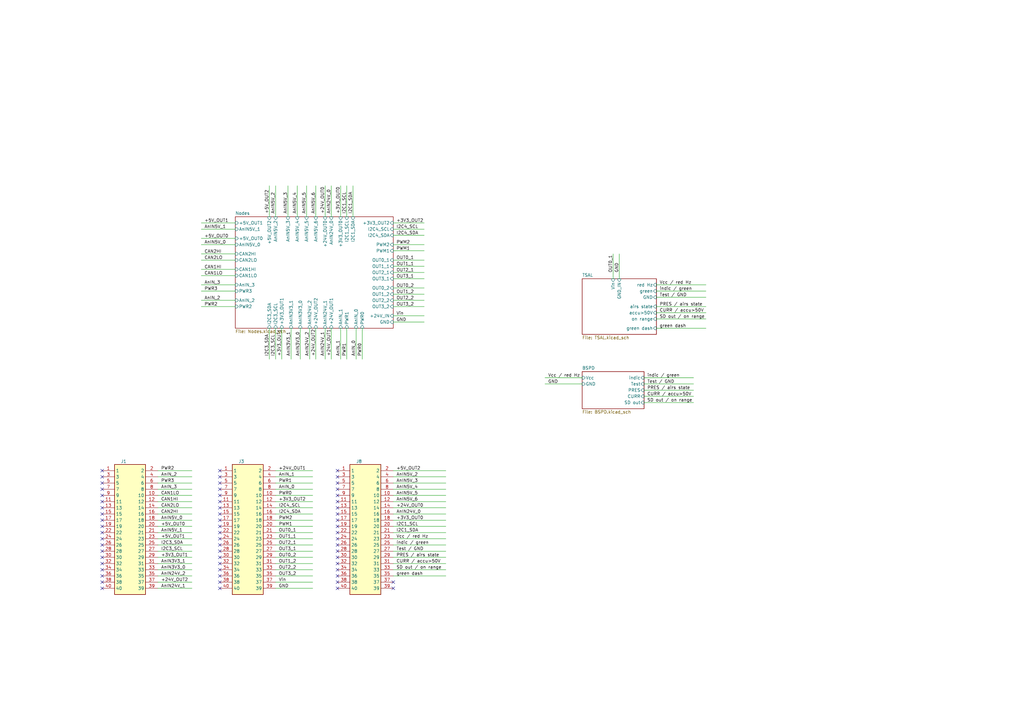
<source format=kicad_sch>
(kicad_sch (version 20231120) (generator "eeschema") (generator_version "8.0")
  (paper "A3")
  (lib_symbols
    (symbol "1706013:1706013"
      (property "Reference" "J" (at 19.05 7.62 0))
      (property "Value" "1706013" (at 19.05 5.08 0))
      (symbol "1706013_1_1"
        (rectangle (start 5.08 2.54) (end 17.78 -50.8) (stroke (width 0.254)) (fill (type background)))
        (pin passive line (at 0 0 0) (length 5.08) (name "1") (number "1"))
        (pin passive line (at 22.86 -10.16 180) (length 5.08) (name "10") (number "10"))
        (pin passive line (at 0 -12.7 0) (length 5.08) (name "11") (number "11"))
        (pin passive line (at 22.86 -12.7 180) (length 5.08) (name "12") (number "12"))
        (pin passive line (at 0 -15.24 0) (length 5.08) (name "13") (number "13"))
        (pin passive line (at 22.86 -15.24 180) (length 5.08) (name "14") (number "14"))
        (pin passive line (at 0 -17.78 0) (length 5.08) (name "15") (number "15"))
        (pin passive line (at 22.86 -17.78 180) (length 5.08) (name "16") (number "16"))
        (pin passive line (at 0 -20.32 0) (length 5.08) (name "17") (number "17"))
        (pin passive line (at 22.86 -20.32 180) (length 5.08) (name "18") (number "18"))
        (pin passive line (at 0 -22.86 0) (length 5.08) (name "19") (number "19"))
        (pin passive line (at 22.86 0 180) (length 5.08) (name "2") (number "2"))
        (pin passive line (at 22.86 -22.86 180) (length 5.08) (name "20") (number "20"))
        (pin passive line (at 22.86 -25.4 180) (length 5.08) (name "21") (number "21"))
        (pin passive line (at 0 -25.4 0) (length 5.08) (name "22") (number "22"))
        (pin passive line (at 22.86 -27.94 180) (length 5.08) (name "23") (number "23"))
        (pin passive line (at 0 -27.94 0) (length 5.08) (name "24") (number "24"))
        (pin passive line (at 22.86 -30.48 180) (length 5.08) (name "25") (number "25"))
        (pin passive line (at 0 -30.48 0) (length 5.08) (name "26") (number "26"))
        (pin passive line (at 22.86 -33.02 180) (length 5.08) (name "27") (number "27"))
        (pin passive line (at 0 -33.02 0) (length 5.08) (name "28") (number "28"))
        (pin passive line (at 22.86 -35.56 180) (length 5.08) (name "29") (number "29"))
        (pin passive line (at 0 -2.54 0) (length 5.08) (name "3") (number "3"))
        (pin passive line (at 0 -35.56 0) (length 5.08) (name "30") (number "30"))
        (pin passive line (at 22.86 -38.1 180) (length 5.08) (name "31") (number "31"))
        (pin passive line (at 0 -38.1 0) (length 5.08) (name "32") (number "32"))
        (pin passive line (at 22.86 -40.64 180) (length 5.08) (name "33") (number "33"))
        (pin passive line (at 0 -40.64 0) (length 5.08) (name "34") (number "34"))
        (pin passive line (at 22.86 -43.18 180) (length 5.08) (name "35") (number "35"))
        (pin passive line (at 0 -43.18 0) (length 5.08) (name "36") (number "36"))
        (pin passive line (at 22.86 -45.72 180) (length 5.08) (name "37") (number "37"))
        (pin passive line (at 0 -45.72 0) (length 5.08) (name "38") (number "38"))
        (pin passive line (at 22.86 -48.26 180) (length 5.08) (name "39") (number "39"))
        (pin passive line (at 22.86 -2.54 180) (length 5.08) (name "4") (number "4"))
        (pin passive line (at 0 -48.26 0) (length 5.08) (name "40") (number "40"))
        (pin passive line (at 0 -5.08 0) (length 5.08) (name "5") (number "5"))
        (pin passive line (at 22.86 -5.08 180) (length 5.08) (name "6") (number "6"))
        (pin passive line (at 0 -7.62 0) (length 5.08) (name "7") (number "7"))
        (pin passive line (at 22.86 -7.62 180) (length 5.08) (name "8") (number "8"))
        (pin passive line (at 0 -10.16 0) (length 5.08) (name "9") (number "9"))
      )
    )
  )
  (no_connect (at 138.43 205.74))
  (no_connect (at 90.17 200.66))
  (no_connect (at 90.17 210.82))
  (no_connect (at 90.17 228.6))
  (no_connect (at 138.43 236.22))
  (no_connect (at 90.17 236.22))
  (no_connect (at 41.91 213.36))
  (no_connect (at 138.43 213.36))
  (no_connect (at 41.91 210.82))
  (no_connect (at 138.43 231.14))
  (no_connect (at 41.91 238.76))
  (no_connect (at 41.91 208.28))
  (no_connect (at 138.43 223.52))
  (no_connect (at 138.43 226.06))
  (no_connect (at 138.43 238.76))
  (no_connect (at 138.43 233.68))
  (no_connect (at 138.43 203.2))
  (no_connect (at 41.91 233.68))
  (no_connect (at 41.91 193.04))
  (no_connect (at 138.43 210.82))
  (no_connect (at 138.43 200.66))
  (no_connect (at 41.91 200.66))
  (no_connect (at 41.91 205.74))
  (no_connect (at 90.17 195.58))
  (no_connect (at 90.17 223.52))
  (no_connect (at 41.91 236.22))
  (no_connect (at 138.43 215.9))
  (no_connect (at 90.17 203.2))
  (no_connect (at 90.17 205.74))
  (no_connect (at 41.91 215.9))
  (no_connect (at 41.91 218.44))
  (no_connect (at 90.17 231.14))
  (no_connect (at 138.43 193.04))
  (no_connect (at 90.17 226.06))
  (no_connect (at 138.43 220.98))
  (no_connect (at 41.91 220.98))
  (no_connect (at 41.91 228.6))
  (no_connect (at 138.43 228.6))
  (no_connect (at 41.91 203.2))
  (no_connect (at 90.17 208.28))
  (no_connect (at 41.91 241.3))
  (no_connect (at 161.29 238.76))
  (no_connect (at 138.43 241.3))
  (no_connect (at 138.43 198.12))
  (no_connect (at 41.91 231.14))
  (no_connect (at 41.91 226.06))
  (no_connect (at 41.91 195.58))
  (no_connect (at 41.91 223.52))
  (no_connect (at 90.17 220.98))
  (no_connect (at 90.17 215.9))
  (no_connect (at 41.91 198.12))
  (no_connect (at 90.17 233.68))
  (no_connect (at 90.17 241.3))
  (no_connect (at 90.17 213.36))
  (no_connect (at 138.43 195.58))
  (no_connect (at 90.17 238.76))
  (no_connect (at 138.43 208.28))
  (no_connect (at 138.43 218.44))
  (no_connect (at 161.29 241.3))
  (no_connect (at 90.17 198.12))
  (no_connect (at 90.17 218.44))
  (no_connect (at 90.17 193.04))
  (wire (pts (xy 113.03 223.52) (xy 128.27 223.52)))
  (wire (pts (xy 161.29 208.28) (xy 182.88 208.28)))
  (wire (pts (xy 82.55 110.49) (xy 96.52 110.49)))
  (wire (pts (xy 264.16 165.1) (xy 284.48 165.1)))
  (wire (pts (xy 254 104.14) (xy 254 114.3)))
  (wire (pts (xy 82.55 116.84) (xy 96.52 116.84)))
  (wire (pts (xy 82.55 119.38) (xy 96.52 119.38)))
  (wire (pts (xy 115.57 134.62) (xy 115.57 147.32)))
  (wire (pts (xy 161.29 102.87) (xy 173.99 102.87)))
  (wire (pts (xy 161.29 223.52) (xy 182.88 223.52)))
  (wire (pts (xy 161.29 231.14) (xy 182.88 231.14)))
  (wire (pts (xy 113.03 228.6) (xy 128.27 228.6)))
  (wire (pts (xy 82.55 104.14) (xy 96.52 104.14)))
  (wire (pts (xy 113.03 198.12) (xy 128.27 198.12)))
  (wire (pts (xy 110.49 134.62) (xy 110.49 147.32)))
  (wire (pts (xy 64.77 226.06) (xy 78.74 226.06)))
  (wire (pts (xy 223.52 154.94) (xy 238.76 154.94)))
  (wire (pts (xy 161.29 195.58) (xy 182.88 195.58)))
  (wire (pts (xy 133.35 134.62) (xy 133.35 147.32)))
  (wire (pts (xy 129.54 76.2) (xy 129.54 88.9)))
  (wire (pts (xy 82.55 91.44) (xy 96.52 91.44)))
  (wire (pts (xy 64.77 236.22) (xy 78.74 236.22)))
  (wire (pts (xy 269.24 130.81) (xy 289.56 130.81)))
  (wire (pts (xy 113.03 213.36) (xy 128.27 213.36)))
  (wire (pts (xy 64.77 210.82) (xy 78.74 210.82)))
  (wire (pts (xy 142.24 76.2) (xy 142.24 88.9)))
  (wire (pts (xy 110.49 76.2) (xy 110.49 88.9)))
  (wire (pts (xy 161.29 123.19) (xy 173.99 123.19)))
  (wire (pts (xy 161.29 233.68) (xy 182.88 233.68)))
  (wire (pts (xy 113.03 210.82) (xy 128.27 210.82)))
  (wire (pts (xy 113.03 220.98) (xy 128.27 220.98)))
  (wire (pts (xy 161.29 129.54) (xy 173.99 129.54)))
  (wire (pts (xy 64.77 228.6) (xy 78.74 228.6)))
  (wire (pts (xy 161.29 109.22) (xy 173.99 109.22)))
  (wire (pts (xy 64.77 205.74) (xy 78.74 205.74)))
  (wire (pts (xy 113.03 195.58) (xy 128.27 195.58)))
  (wire (pts (xy 135.89 76.2) (xy 135.89 88.9)))
  (wire (pts (xy 139.7 134.62) (xy 139.7 147.32)))
  (wire (pts (xy 161.29 200.66) (xy 182.88 200.66)))
  (wire (pts (xy 113.03 193.04) (xy 128.27 193.04)))
  (wire (pts (xy 82.55 93.98) (xy 96.52 93.98)))
  (wire (pts (xy 161.29 220.98) (xy 182.88 220.98)))
  (wire (pts (xy 64.77 218.44) (xy 78.74 218.44)))
  (wire (pts (xy 113.03 218.44) (xy 128.27 218.44)))
  (wire (pts (xy 161.29 228.6) (xy 182.88 228.6)))
  (wire (pts (xy 135.89 134.62) (xy 135.89 147.32)))
  (wire (pts (xy 64.77 215.9) (xy 78.74 215.9)))
  (wire (pts (xy 82.55 123.19) (xy 96.52 123.19)))
  (wire (pts (xy 269.24 125.73) (xy 289.56 125.73)))
  (wire (pts (xy 161.29 236.22) (xy 182.88 236.22)))
  (wire (pts (xy 118.11 76.2) (xy 118.11 88.9)))
  (wire (pts (xy 113.03 233.68) (xy 128.27 233.68)))
  (wire (pts (xy 264.16 160.02) (xy 284.48 160.02)))
  (wire (pts (xy 133.35 76.2) (xy 133.35 88.9)))
  (wire (pts (xy 113.03 134.62) (xy 113.03 147.32)))
  (wire (pts (xy 161.29 198.12) (xy 182.88 198.12)))
  (wire (pts (xy 127 134.62) (xy 127 147.32)))
  (wire (pts (xy 129.54 134.62) (xy 129.54 147.32)))
  (wire (pts (xy 139.7 76.2) (xy 139.7 88.9)))
  (wire (pts (xy 161.29 218.44) (xy 182.88 218.44)))
  (wire (pts (xy 264.16 157.48) (xy 284.48 157.48)))
  (wire (pts (xy 161.29 215.9) (xy 182.88 215.9)))
  (wire (pts (xy 82.55 125.73) (xy 96.52 125.73)))
  (wire (pts (xy 161.29 96.52) (xy 173.99 96.52)))
  (wire (pts (xy 269.24 116.84) (xy 289.56 116.84)))
  (wire (pts (xy 269.24 134.62) (xy 289.56 134.62)))
  (wire (pts (xy 64.77 220.98) (xy 78.74 220.98)))
  (wire (pts (xy 113.03 200.66) (xy 128.27 200.66)))
  (wire (pts (xy 64.77 238.76) (xy 78.74 238.76)))
  (wire (pts (xy 161.29 118.11) (xy 173.99 118.11)))
  (wire (pts (xy 113.03 231.14) (xy 128.27 231.14)))
  (wire (pts (xy 269.24 121.92) (xy 289.56 121.92)))
  (wire (pts (xy 113.03 203.2) (xy 128.27 203.2)))
  (wire (pts (xy 64.77 193.04) (xy 78.74 193.04)))
  (wire (pts (xy 64.77 195.58) (xy 78.74 195.58)))
  (wire (pts (xy 161.29 100.33) (xy 173.99 100.33)))
  (wire (pts (xy 161.29 91.44) (xy 173.99 91.44)))
  (wire (pts (xy 161.29 213.36) (xy 182.88 213.36)))
  (wire (pts (xy 269.24 128.27) (xy 289.56 128.27)))
  (wire (pts (xy 123.19 134.62) (xy 123.19 147.32)))
  (wire (pts (xy 144.78 76.2) (xy 144.78 88.9)))
  (wire (pts (xy 64.77 200.66) (xy 78.74 200.66)))
  (wire (pts (xy 113.03 205.74) (xy 128.27 205.74)))
  (wire (pts (xy 82.55 100.33) (xy 96.52 100.33)))
  (wire (pts (xy 64.77 203.2) (xy 78.74 203.2)))
  (wire (pts (xy 161.29 193.04) (xy 182.88 193.04)))
  (wire (pts (xy 251.46 104.14) (xy 251.46 114.3)))
  (wire (pts (xy 82.55 113.03) (xy 96.52 113.03)))
  (wire (pts (xy 113.03 208.28) (xy 128.27 208.28)))
  (wire (pts (xy 269.24 119.38) (xy 289.56 119.38)))
  (wire (pts (xy 161.29 120.65) (xy 173.99 120.65)))
  (wire (pts (xy 264.16 162.56) (xy 284.48 162.56)))
  (wire (pts (xy 161.29 132.08) (xy 173.99 132.08)))
  (wire (pts (xy 64.77 208.28) (xy 78.74 208.28)))
  (wire (pts (xy 64.77 223.52) (xy 78.74 223.52)))
  (wire (pts (xy 223.52 157.48) (xy 238.76 157.48)))
  (wire (pts (xy 64.77 198.12) (xy 78.74 198.12)))
  (wire (pts (xy 64.77 213.36) (xy 78.74 213.36)))
  (wire (pts (xy 148.59 134.62) (xy 148.59 147.32)))
  (wire (pts (xy 82.55 106.68) (xy 96.52 106.68)))
  (wire (pts (xy 161.29 114.3) (xy 173.99 114.3)))
  (wire (pts (xy 64.77 231.14) (xy 78.74 231.14)))
  (wire (pts (xy 146.05 134.62) (xy 146.05 147.32)))
  (wire (pts (xy 119.38 134.62) (xy 119.38 147.32)))
  (wire (pts (xy 125.73 76.2) (xy 125.73 88.9)))
  (wire (pts (xy 113.03 241.3) (xy 128.27 241.3)))
  (wire (pts (xy 113.03 236.22) (xy 128.27 236.22)))
  (wire (pts (xy 161.29 205.74) (xy 182.88 205.74)))
  (wire (pts (xy 113.03 215.9) (xy 128.27 215.9)))
  (wire (pts (xy 113.03 226.06) (xy 128.27 226.06)))
  (wire (pts (xy 161.29 106.68) (xy 173.99 106.68)))
  (wire (pts (xy 121.92 76.2) (xy 121.92 88.9)))
  (wire (pts (xy 113.03 76.2) (xy 113.03 88.9)))
  (wire (pts (xy 142.24 134.62) (xy 142.24 147.32)))
  (wire (pts (xy 82.55 97.79) (xy 96.52 97.79)))
  (wire (pts (xy 113.03 238.76) (xy 128.27 238.76)))
  (wire (pts (xy 161.29 93.98) (xy 173.99 93.98)))
  (wire (pts (xy 161.29 111.76) (xy 173.99 111.76)))
  (wire (pts (xy 161.29 203.2) (xy 182.88 203.2)))
  (wire (pts (xy 161.29 125.73) (xy 173.99 125.73)))
  (wire (pts (xy 264.16 154.94) (xy 284.48 154.94)))
  (wire (pts (xy 161.29 226.06) (xy 182.88 226.06)))
  (wire (pts (xy 64.77 241.3) (xy 78.74 241.3)))
  (wire (pts (xy 64.77 233.68) (xy 78.74 233.68)))
  (wire (pts (xy 161.29 210.82) (xy 182.88 210.82)))
  (label "I2C4_SCL" (at 114.3 208.28 0))
  (label "Vin" (at 162.56 129.54 0))
  (label "AnIN3V3_1" (at 66.04 231.14 0))
  (label "CAN2LO" (at 66.04 208.28 0))
  (label "+5V_OUT2" (at 162.56 193.04 0))
  (label "CAN1LO" (at 83.82 113.03 0))
  (label "+24V_OUT2" (at 66.04 238.76 0))
  (label "OUT2_1" (at 162.56 111.76 0))
  (label "OUT3_2" (at 162.56 125.73 0))
  (label "+5V_OUT1" (at 66.04 220.98 0))
  (label "I2C4_SDA" (at 114.3 210.82 0))
  (label "PWR1" (at 142.24 146.05 90))
  (label "SD out {slash} on range" (at 162.56 233.68 0))
  (label "GND" (at 114.3 241.3 0))
  (label "+5V_OUT0" (at 66.04 215.9 0))
  (label "AnIN5V_6" (at 162.56 205.74 0))
  (label "PWR0" (at 114.3 203.2 0))
  (label "+5V_OUT1" (at 83.82 91.44 0))
  (label "PWR3" (at 83.82 119.38 0))
  (label "AnIN5V_1" (at 66.04 218.44 0))
  (label "SD out {slash} on range" (at 265.43 165.1 0))
  (label "OUT2_1" (at 114.3 223.52 0))
  (label "+24V_OUT0" (at 162.56 208.28 0))
  (label "+5V_OUT2" (at 110.49 87.63 90))
  (label "green dash" (at 270.51 134.62 0))
  (label "CAN1LO" (at 66.04 203.2 0))
  (label "OUT3_2" (at 114.3 236.22 0))
  (label "AnIN24V_0" (at 162.56 210.82 0))
  (label "AnIN5V_5" (at 162.56 203.2 0))
  (label "I2C4_SCL" (at 162.56 93.98 0))
  (label "indic {slash} green" (at 162.56 223.52 0))
  (label "PWR0" (at 148.59 146.05 90))
  (label "green dash" (at 162.56 236.22 0))
  (label "AnIN5V_3" (at 118.11 87.63 90))
  (label "OUT1_1" (at 114.3 220.98 0))
  (label "AnIN_2" (at 83.82 123.19 0))
  (label "Test {slash} GND" (at 270.51 121.92 0))
  (label "AnIN5V_0" (at 83.82 100.33 0))
  (label "Vcc {slash} red Hz" (at 270.51 116.84 0))
  (label "I2C1_SCL" (at 142.24 87.63 90))
  (label "+3V3_OUT1" (at 66.04 228.6 0))
  (label "PRES {slash} airs state" (at 265.43 160.02 0))
  (label "+24V_OUT1" (at 135.89 146.05 90))
  (label "+3V3_OUT2" (at 114.3 205.74 0))
  (label "AnIN_1" (at 114.3 195.58 0))
  (label "CAN1HI" (at 66.04 205.74 0))
  (label "AnIN5V_4" (at 121.92 87.63 90))
  (label "AnIN_3" (at 83.82 116.84 0))
  (label "CAN1HI" (at 83.82 110.49 0))
  (label "OUT0_2" (at 114.3 228.6 0))
  (label "PRES {slash} airs state" (at 270.51 125.73 0))
  (label "PWM2" (at 162.56 100.33 0))
  (label "CURR {slash} accu>50V" (at 270.51 128.27 0))
  (label "+24V_OUT1" (at 114.3 193.04 0))
  (label "PWR1" (at 114.3 198.12 0))
  (label "AnIN5V_3" (at 162.56 198.12 0))
  (label "OUT0_1" (at 162.56 106.68 0))
  (label "AnIN_0" (at 146.05 146.05 90))
  (label "AnIN24V_2" (at 127 146.05 90))
  (label "I2C3_SCL" (at 66.04 226.06 0))
  (label "CAN2LO" (at 83.82 106.68 0))
  (label "AnIN_0" (at 114.3 200.66 0))
  (label "AnIN5V_0" (at 66.04 213.36 0))
  (label "CAN2HI" (at 83.82 104.14 0))
  (label "CAN2HI" (at 66.04 210.82 0))
  (label "PWR2" (at 83.82 125.73 0))
  (label "Test {slash} GND" (at 162.56 226.06 0))
  (label "PWR2" (at 66.04 193.04 0))
  (label "AnIN3V3_1" (at 119.38 146.05 90))
  (label "indic {slash} green" (at 270.51 119.38 0))
  (label "OUT0_2" (at 162.56 118.11 0))
  (label "OUT1_1" (at 162.56 109.22 0))
  (label "AnIN5V_5" (at 125.73 87.63 90))
  (label "OUT3_1" (at 162.56 114.3 0))
  (label "AnIN3V3_0" (at 123.19 146.05 90))
  (label "GND" (at 162.56 132.08 0))
  (label "PWM1" (at 162.56 102.87 0))
  (label "AnIN5V_2" (at 162.56 195.58 0))
  (label "I2C3_SDA" (at 110.49 146.05 90))
  (label "I2C3_SDA" (at 66.04 223.52 0))
  (label "PWM2" (at 114.3 213.36 0))
  (label "AnIN_1" (at 139.7 146.05 90))
  (label "CURR {slash} accu>50V" (at 162.56 231.14 0))
  (label "+3V3_OUT1" (at 115.57 146.05 90))
  (label "AnIN24V_1" (at 66.04 241.3 0))
  (label "Vcc {slash} red Hz" (at 224.79 154.94 0))
  (label "AnIN24V_0" (at 135.89 87.63 90))
  (label "PWR3" (at 66.04 198.12 0))
  (label "+3V3_OUT0" (at 139.7 87.63 90))
  (label "CURR {slash} accu>50V" (at 265.43 162.56 0))
  (label "indic {slash} green" (at 265.43 154.94 0))
  (label "OUT3_1" (at 114.3 226.06 0))
  (label "+5V_OUT0" (at 83.82 97.79 0))
  (label "OUT1_2" (at 114.3 231.14 0))
  (label "+24V_OUT0" (at 133.35 87.63 90))
  (label "AnIN_2" (at 66.04 195.58 0))
  (label "GND" (at 254 111.76 90))
  (label "I2C1_SDA" (at 144.78 87.63 90))
  (label "Vin" (at 114.3 238.76 0))
  (label "AnIN3V3_0" (at 66.04 233.68 0))
  (label "AnIN5V_2" (at 113.03 87.63 90))
  (label "+3V3_OUT0" (at 162.56 213.36 0))
  (label "OUT1_2" (at 162.56 120.65 0))
  (label "AnIN5V_1" (at 83.82 93.98 0))
  (label "OUT0_1" (at 114.3 218.44 0))
  (label "+24V_OUT2" (at 129.54 146.05 90))
  (label "AnIN5V_6" (at 129.54 87.63 90))
  (label "Vcc {slash} red Hz" (at 162.56 220.98 0))
  (label "I2C1_SCL" (at 162.56 215.9 0))
  (label "SD out {slash} on range" (at 270.51 130.81 0))
  (label "OUT2_2" (at 162.56 123.19 0))
  (label "Test {slash} GND" (at 265.43 157.48 0))
  (label "I2C3_SCL" (at 113.03 146.05 90))
  (label "I2C1_SDA" (at 162.56 218.44 0))
  (label "AnIN_3" (at 66.04 200.66 0))
  (label "OUT2_2" (at 114.3 233.68 0))
  (label "PWM1" (at 114.3 215.9 0))
  (label "GND" (at 224.79 157.48 0))
  (label "AnIN24V_1" (at 133.35 146.05 90))
  (label "OUT0_1" (at 251.46 111.76 90))
  (label "PRES {slash} airs state" (at 162.56 228.6 0))
  (label "+3V3_OUT2" (at 162.56 91.44 0))
  (label "AnIN5V_4" (at 162.56 200.66 0))
  (label "AnIN24V_2" (at 66.04 236.22 0))
  (label "I2C4_SDA" (at 162.56 96.52 0))
  (symbol (lib_id "1706013:1706013") (at 41.91 193.04 0) (unit 1)
    (property "Reference" "J1" (at 49.53 189.23 0) (effects (justify left)))
    (property "Value" "1706013" (effects (hide yes)))
    (property "Footprint" "Connector_Phoenix_SPT:1706013" (effects (hide yes)))
    (property "Description" "PCB terminal block, nominal current: 6 A 160 V number of potentials: 20 pitch: 2.54 mm" (effects (hide yes)))
    (property "Height" "12.6" (effects (hide yes)))
    (property "Manufacturer_Name" "Phoenix Contact" (effects (hide yes)))
    (property "Manufacturer_Part_Number" "1706013" (effects (hide yes)))
    (property "Mouser Part Number" "651-1706013" (effects (hide yes)))
    (property "Mouser Price/Stock" "https://www.mouser.com/Search/Refine.aspx?Keyword=651-1706013" (effects (hide yes)))
  )
  (symbol (lib_id "1706013:1706013") (at 138.43 193.04 0) (unit 1)
    (property "Reference" "J8" (at 146.05 189.23 0) (effects (justify left)))
    (property "Value" "1706013" (effects (hide yes)))
    (property "Footprint" "Connector_Phoenix_SPT:1706013" (effects (hide yes)))
    (property "Description" "PCB terminal block, nominal current: 6 A 160 V number of potentials: 20 pitch: 2.54 mm" (effects (hide yes)))
    (property "Height" "12.6" (effects (hide yes)))
    (property "Manufacturer_Name" "Phoenix Contact" (effects (hide yes)))
    (property "Manufacturer_Part_Number" "1706013" (effects (hide yes)))
    (property "Mouser Part Number" "651-1706013" (effects (hide yes)))
    (property "Mouser Price/Stock" "https://www.mouser.com/Search/Refine.aspx?Keyword=651-1706013" (effects (hide yes)))
  )
  (symbol (lib_id "1706013:1706013") (at 90.17 193.04 0) (unit 1)
    (property "Reference" "J3" (at 97.79 189.23 0) (effects (justify left)))
    (property "Value" "1706013" (effects (hide yes)))
    (property "Footprint" "Connector_Phoenix_SPT:1706013" (effects (hide yes)))
    (property "Description" "PCB terminal block, nominal current: 6 A 160 V number of potentials: 20 pitch: 2.54 mm" (effects (hide yes)))
    (property "Height" "12.6" (effects (hide yes)))
    (property "Manufacturer_Name" "Phoenix Contact" (effects (hide yes)))
    (property "Manufacturer_Part_Number" "1706013" (effects (hide yes)))
    (property "Mouser Part Number" "651-1706013" (effects (hide yes)))
    (property "Mouser Price/Stock" "https://www.mouser.com/Search/Refine.aspx?Keyword=651-1706013" (effects (hide yes)))
  )
  (sheet (at 96.52 88.9) (size 64.77 45.72) (stroke (width 0.1524))
    (property "Sheetname" "Nodes" (at 96.52 88.1884 0) (effects (justify left bottom)))
    (property "Sheetfile" "Nodes.kicad_sch" (at 96.52 135.2046 0) (effects (justify left top)))
    (pin "AnIN_3" input (at 96.52 116.84 180))
    (pin "PWR3" input (at 96.52 119.38 180))
    (pin "PWR2" input (at 96.52 125.73 180))
    (pin "AnIN_2" input (at 96.52 123.19 180))
    (pin "GND" input (at 161.29 132.08 0))
    (pin "AnIN5V_1" input (at 96.52 93.98 180))
    (pin "+5V_OUT0" input (at 96.52 97.79 180))
    (pin "+5V_OUT1" input (at 96.52 91.44 180))
    (pin "AnIN5V_0" input (at 96.52 100.33 180))
    (pin "CAN2HI" input (at 96.52 104.14 180))
    (pin "CAN1HI" input (at 96.52 110.49 180))
    (pin "CAN2LO" input (at 96.52 106.68 180))
    (pin "CAN1LO" input (at 96.52 113.03 180))
    (pin "AnIN5V_3" input (at 118.11 88.9 90))
    (pin "AnIN5V_2" input (at 113.03 88.9 90))
    (pin "+5V_OUT2" input (at 110.49 88.9 90))
    (pin "AnIN5V_4" input (at 121.92 88.9 90))
    (pin "AnIN5V_6" input (at 129.54 88.9 90))
    (pin "AnIN24V_0" input (at 135.89 88.9 90))
    (pin "+24V_OUT0" input (at 133.35 88.9 90))
    (pin "+3V3_OUT0" input (at 139.7 88.9 90))
    (pin "I2C1_SCL" input (at 142.24 88.9 90))
    (pin "AnIN5V_5" input (at 125.73 88.9 90))
    (pin "I2C1_SDA" input (at 144.78 88.9 90))
    (pin "PWM1" input (at 161.29 102.87 0))
    (pin "OUT0_1" input (at 161.29 106.68 0))
    (pin "OUT2_1" input (at 161.29 111.76 0))
    (pin "OUT1_1" input (at 161.29 109.22 0))
    (pin "OUT3_1" input (at 161.29 114.3 0))
    (pin "OUT1_2" input (at 161.29 120.65 0))
    (pin "OUT3_2" input (at 161.29 125.73 0))
    (pin "OUT2_2" input (at 161.29 123.19 0))
    (pin "+24V_IN" input (at 161.29 129.54 0))
    (pin "OUT0_2" input (at 161.29 118.11 0))
    (pin "I2C4_SDA" input (at 161.29 96.52 0))
    (pin "I2C4_SCL" input (at 161.29 93.98 0))
    (pin "PWM2" input (at 161.29 100.33 0))
    (pin "+3V3_OUT2" input (at 161.29 91.44 0))
    (pin "AnIN_0" input (at 146.05 134.62 270))
    (pin "PWR1" input (at 142.24 134.62 270))
    (pin "AnIN_1" input (at 139.7 134.62 270))
    (pin "PWR0" input (at 148.59 134.62 270))
    (pin "+3V3_OUT1" input (at 115.57 134.62 270))
    (pin "I2C3_SCL" input (at 113.03 134.62 270))
    (pin "I2C3_SDA" input (at 110.49 134.62 270))
    (pin "AnIN3V3_0" input (at 123.19 134.62 270))
    (pin "AnIN3V3_1" input (at 119.38 134.62 270))
    (pin "+24V_OUT1" input (at 135.89 134.62 270))
    (pin "+24V_OUT2" input (at 129.54 134.62 270))
    (pin "AnIN24V_1" input (at 133.35 134.62 270))
    (pin "AnIN24V_2" input (at 127 134.62 270))
  )
  (sheet (at 238.76 152.4) (size 25.4 15.24) (stroke (width 0.1524))
    (property "Sheetname" "BSPD" (at 238.76 151.6884 0) (effects (justify left bottom)))
    (property "Sheetfile" "BSPD.kicad_sch" (at 238.76 168.2246 0) (effects (justify left top)))
    (pin "indic" input (at 264.16 154.94 0))
    (pin "Test" input (at 264.16 157.48 0))
    (pin "PRES" input (at 264.16 160.02 0))
    (pin "CURR" input (at 264.16 162.56 0))
    (pin "SD out" input (at 264.16 165.1 0))
    (pin "Vcc" input (at 238.76 154.94 180))
    (pin "GND" input (at 238.76 157.48 180))
  )
  (sheet (at 238.76 114.3) (size 30.48 22.86) (stroke (width 0.1524))
    (property "Sheetname" "TSAL" (at 238.76 113.5884 0) (effects (justify left bottom)))
    (property "Sheetfile" "TSAL.kicad_sch" (at 238.76 137.7446 0) (effects (justify left top)))
    (pin "green dash" input (at 269.24 134.62 0))
    (pin "Vin" input (at 251.46 114.3 90))
    (pin "GND_IN" input (at 254 114.3 90))
    (pin "green" input (at 269.24 119.38 0))
    (pin "GND" input (at 269.24 121.92 0))
    (pin "red Hz" input (at 269.24 116.84 0))
    (pin "airs state" input (at 269.24 125.73 0))
    (pin "on range" input (at 269.24 130.81 0))
    (pin "accu>50V" input (at 269.24 128.27 0))
  )
)
</source>
